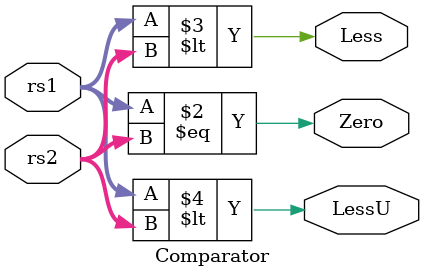
<source format=sv>
module Comparator(
    input logic [31:0]      rs1,
    input logic [31:0]      rs2,
    output logic            Zero,
    output logic            Less,
    output logic            LessU     
);
    
always_comb begin
    Zero = (rs1 == rs2);
    Less = ($signed(rs1) < $signed(rs2));
    LessU = (rs1 < rs2);
end

endmodule
</source>
